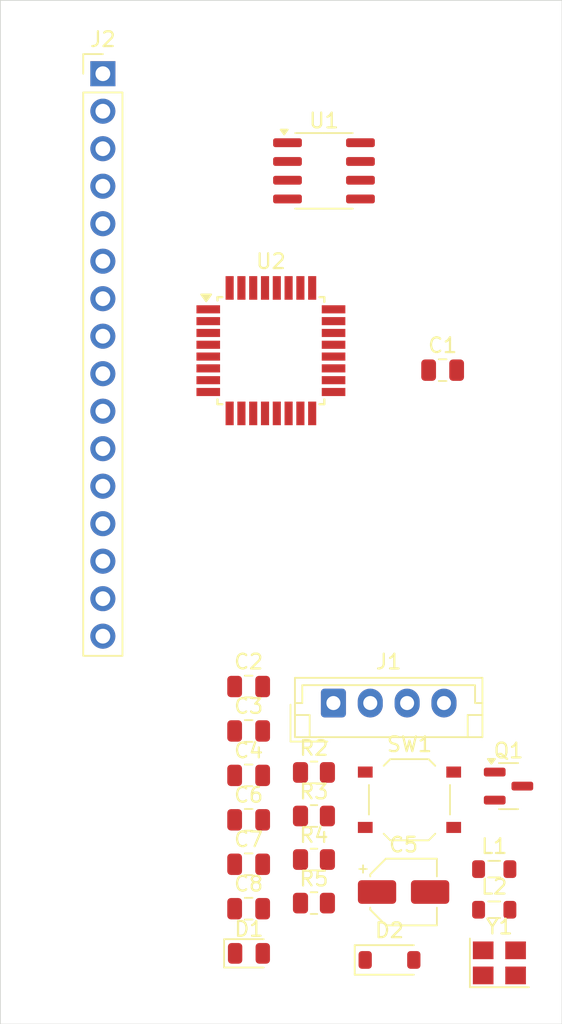
<source format=kicad_pcb>
(kicad_pcb (version 20240108) (generator "pcbnew") (generator_version "8.0")
  (layers (0 "F.Cu" signal) (31 "B.Cu" signal) (34 "B.Paste" user) (35 "F.Paste" user) (36 "B.SilkS" user "B.Silkscreen") (37 "F.SilkS" user "F.Silkscreen") (38 "B.Mask" user) (39 "F.Mask" user) (44 "Edge.Cuts" user))
  (net 0 "")
  (net 1 "+5V")
  (net 2 "GND")
  (net 3 "/A")
  (net 4 "/DB3")
  (net 5 "/RS")
  (net 6 "/DB0")
  (net 7 "/R{slash}~{W}")
  (net 8 "/DB2")
  (net 9 "/E")
  (net 10 "/VO")
  (net 11 "/DB4")
  (net 12 "/DB7")
  (net 13 "/DB6")
  (net 14 "/DB1")
  (net 15 "/DB5")
  (net 16 "/XTAL2")
  (net 17 "/~{RESET}")
  (net 18 "/AREF")
  (net 19 "/XTAL1")
  (net 20 "+5VD")
  (net 21 "+5VA")
  (net 22 "Net-(D1-K)")
  (net 23 "Net-(D1-A)")
  (net 24 "Net-(J1-Pin_2)")
  (net 25 "Net-(J1-Pin_3)")
  (net 26 "Net-(Q1-B)")
  (net 27 "/LED_IND")
  (net 28 "/RX")
  (net 29 "/TX")
  (net 30 "/~{RE}")
  (net 31 "/DE")
  (footprint "Diode_SMD:D_SOD-123" (layer "F.Cu") (at 148.445 125.45)
    (property "Reference" "D2" (at 0 -2 0) (layer "F.SilkS"))
    (property "Value" "4148")
    (fp_line (start -2.36 -1) (end -2.36 1) (stroke (width 0.12)) (layer "F.SilkS"))
    (fp_line (start -2.36 -1) (end 1.65 -1) (stroke (width 0.12)) (layer "F.SilkS"))
    (fp_line (start -2.36 1) (end 1.65 1) (stroke (width 0.12)) (layer "F.SilkS"))
    (pad "1" smd roundrect (at -1.65 0) (size 0.9 1.2) (layers "F.Cu" "F.Paste" "F.Mask") (net 1 "+5V"))
    (pad "2" smd roundrect (at 1.65 0) (size 0.9 1.2) (layers "F.Cu" "F.Paste" "F.Mask") (net 17 "/~{RESET}"))
  )
  (footprint "Capacitor_SMD:C_0805_2012Metric" (layer "F.Cu") (at 138.89 109.94)
    (property "Reference" "C3" (at 0 -1.68 0) (layer "F.SilkS"))
    (property "Value" "4n7C")
    (fp_line (start -0.261252 -0.735) (end 0.261252 -0.735) (stroke (width 0.12)) (layer "F.SilkS"))
    (fp_line (start -0.261252 0.735) (end 0.261252 0.735) (stroke (width 0.12)) (layer "F.SilkS"))
    (pad "1" smd roundrect (at -0.95 0) (size 1 1.45) (layers "F.Cu" "F.Paste" "F.Mask") (net 17 "/~{RESET}"))
    (pad "2" smd roundrect (at 0.95 0) (size 1 1.45) (layers "F.Cu" "F.Paste" "F.Mask") (net 2 "GND"))
  )
  (footprint "Resistor_SMD:R_0805_2012Metric" (layer "F.Cu") (at 143.32 115.7)
    (property "Reference" "R3" (at 0 -1.65 0) (layer "F.SilkS"))
    (property "Value" "1kR")
    (fp_line (start -0.227064 -0.735) (end 0.227064 -0.735) (stroke (width 0.12)) (layer "F.SilkS"))
    (fp_line (start -0.227064 0.735) (end 0.227064 0.735) (stroke (width 0.12)) (layer "F.SilkS"))
    (pad "1" smd roundrect (at -0.9125 0) (size 1.025 1.4) (layers "F.Cu" "F.Paste" "F.Mask") (roundrect_rratio 0.243902) (net 23 "Net-(D1-A)"))
    (pad "2" smd roundrect (at 0.9125 0) (size 1.025 1.4) (layers "F.Cu" "F.Paste" "F.Mask") (roundrect_rratio 0.243902) (net 1 "+5V"))
  )
  (footprint "Capacitor_SMD:C_0805_2012Metric" (layer "F.Cu") (at 138.89 121.98)
    (property "Reference" "C8" (at 0 -1.68 0) (layer "F.SilkS"))
    (property "Value" "100nC")
    (fp_line (start -0.261252 -0.735) (end 0.261252 -0.735) (stroke (width 0.12)) (layer "F.SilkS"))
    (fp_line (start -0.261252 0.735) (end 0.261252 0.735) (stroke (width 0.12)) (layer "F.SilkS"))
    (pad "1" smd roundrect (at -0.95 0) (size 1 1.45) (layers "F.Cu" "F.Paste" "F.Mask") (net 21 "+5VA"))
    (pad "2" smd roundrect (at 0.95 0) (size 1 1.45) (layers "F.Cu" "F.Paste" "F.Mask") (net 2 "GND"))
  )
  (footprint "LED_SMD:LED_0805_2012Metric" (layer "F.Cu") (at 138.91 125.005)
    (property "Reference" "D1" (at 0 -1.65 0) (layer "F.SilkS"))
    (property "Value" "LED")
    (fp_line (start -1.685 -0.96) (end -1.685 0.96) (stroke (width 0.12)) (layer "F.SilkS"))
    (fp_line (start -1.685 0.96) (end 1 0.96) (stroke (width 0.12)) (layer "F.SilkS"))
    (fp_line (start 1 -0.96) (end -1.685 -0.96) (stroke (width 0.12)) (layer "F.SilkS"))
    (pad "1" smd roundrect (at -0.9375 0) (size 0.975 1.4) (layers "F.Cu" "F.Paste" "F.Mask") (net 22 "Net-(D1-K)"))
    (pad "2" smd roundrect (at 0.9375 0) (size 0.975 1.4) (layers "F.Cu" "F.Paste" "F.Mask") (net 23 "Net-(D1-A)"))
  )
  (footprint "Package_QFP:TQFP-32_7x7mm_P0.8mm" (layer "F.Cu") (at 140.4 84.18)
    (property "Reference" "U2" (at 0 -6.05 0) (layer "F.SilkS"))
    (property "Value" "ATmega328PB-A")
    (fp_line (start -3.625 -3.625) (end -3.625 -3.4) (stroke (width 0.15)) (layer "F.SilkS"))
    (fp_line (start -3.625 -3.625) (end -3.3 -3.625) (stroke (width 0.15)) (layer "F.SilkS"))
    (fp_line (start -3.625 3.625) (end -3.625 3.3) (stroke (width 0.15)) (layer "F.SilkS"))
    (fp_line (start -3.625 3.625) (end -3.3 3.625) (stroke (width 0.15)) (layer "F.SilkS"))
    (fp_line (start 3.625 -3.625) (end 3.3 -3.625) (stroke (width 0.15)) (layer "F.SilkS"))
    (fp_line (start 3.625 -3.625) (end 3.625 -3.3) (stroke (width 0.15)) (layer "F.SilkS"))
    (fp_line (start 3.625 3.625) (end 3.3 3.625) (stroke (width 0.15)) (layer "F.SilkS"))
    (fp_line (start 3.625 3.625) (end 3.625 3.3) (stroke (width 0.15)) (layer "F.SilkS"))
    (fp_poly (pts (xy -4.39 -3.34) (xy -4.73 -3.81) (xy -4.05 -3.81) (xy -4.39 -3.34)) (stroke (width 0.12)) (fill solid) (layer "F.SilkS"))
    (pad "1" smd rect (at -4.25 -2.8) (size 1.6 0.55) (layers "F.Cu" "F.Paste" "F.Mask") (net 4 "/DB3"))
    (pad "2" smd rect (at -4.25 -2) (size 1.6 0.55) (layers "F.Cu" "F.Paste" "F.Mask") (net 11 "/DB4"))
    (pad "3" smd rect (at -4.25 -1.2) (size 1.6 0.55) (layers "F.Cu" "F.Paste" "F.Mask") (net 27 "/LED_IND"))
    (pad "4" smd rect (at -4.25 -0.4) (size 1.6 0.55) (layers "F.Cu" "F.Paste" "F.Mask") (net 20 "+5VD"))
    (pad "5" smd rect (at -4.25 0.4) (size 1.6 0.55) (layers "F.Cu" "F.Paste" "F.Mask") (net 2 "GND"))
    (pad "6" smd rect (at -4.25 1.2) (size 1.6 0.55) (layers "F.Cu" "F.Paste" "F.Mask"))
    (pad "7" smd rect (at -4.25 2) (size 1.6 0.55) (layers "F.Cu" "F.Paste" "F.Mask") (net 19 "/XTAL1"))
    (pad "8" smd rect (at -4.25 2.8) (size 1.6 0.55) (layers "F.Cu" "F.Paste" "F.Mask") (net 16 "/XTAL2"))
    (pad "9" smd rect (at -2.8 4.25 90) (size 1.6 0.55) (layers "F.Cu" "F.Paste" "F.Mask") (net 15 "/DB5"))
    (pad "10" smd rect (at -2 4.25 90) (size 1.6 0.55) (layers "F.Cu" "F.Paste" "F.Mask") (net 13 "/DB6"))
    (pad "11" smd rect (at -1.2 4.25 90) (size 1.6 0.55) (layers "F.Cu" "F.Paste" "F.Mask") (net 12 "/DB7"))
    (pad "12" smd rect (at -0.4 4.25 90) (size 1.6 0.55) (layers "F.Cu" "F.Paste" "F.Mask") (net 30 "/~{RE}"))
    (pad "13" smd rect (at 0.4 4.25 90) (size 1.6 0.55) (layers "F.Cu" "F.Paste" "F.Mask") (net 31 "/DE"))
    (pad "14" smd rect (at 1.2 4.25 90) (size 1.6 0.55) (layers "F.Cu" "F.Paste" "F.Mask"))
    (pad "15" smd rect (at 2 4.25 90) (size 1.6 0.55) (layers "F.Cu" "F.Paste" "F.Mask") (net 29 "/TX"))
    (pad "16" smd rect (at 2.8 4.25 90) (size 1.6 0.55) (layers "F.Cu" "F.Paste" "F.Mask") (net 28 "/RX"))
    (pad "17" smd rect (at 4.25 2.8) (size 1.6 0.55) (layers "F.Cu" "F.Paste" "F.Mask"))
    (pad "18" smd rect (at 4.25 2) (size 1.6 0.55) (layers "F.Cu" "F.Paste" "F.Mask") (net 21 "+5VA"))
    (pad "19" smd rect (at 4.25 1.2) (size 1.6 0.55) (layers "F.Cu" "F.Paste" "F.Mask"))
    (pad "20" smd rect (at 4.25 0.4) (size 1.6 0.55) (layers "F.Cu" "F.Paste" "F.Mask") (net 18 "/AREF"))
    (pad "21" smd rect (at 4.25 -0.4) (size 1.6 0.55) (layers "F.Cu" "F.Paste" "F.Mask") (net 2 "GND"))
    (pad "22" smd rect (at 4.25 -1.2) (size 1.6 0.55) (layers "F.Cu" "F.Paste" "F.Mask"))
    (pad "23" smd rect (at 4.25 -2) (size 1.6 0.55) (layers "F.Cu" "F.Paste" "F.Mask"))
    (pad "24" smd rect (at 4.25 -2.8) (size 1.6 0.55) (layers "F.Cu" "F.Paste" "F.Mask"))
    (pad "25" smd rect (at 2.8 -4.25 90) (size 1.6 0.55) (layers "F.Cu" "F.Paste" "F.Mask"))
    (pad "26" smd rect (at 2 -4.25 90) (size 1.6 0.55) (layers "F.Cu" "F.Paste" "F.Mask"))
    (pad "27" smd rect (at 1.2 -4.25 90) (size 1.6 0.55) (layers "F.Cu" "F.Paste" "F.Mask"))
    (pad "28" smd rect (at 0.4 -4.25 90) (size 1.6 0.55) (layers "F.Cu" "F.Paste" "F.Mask"))
    (pad "29" smd rect (at -0.4 -4.25 90) (size 1.6 0.55) (layers "F.Cu" "F.Paste" "F.Mask") (net 17 "/~{RESET}"))
    (pad "30" smd rect (at -1.2 -4.25 90) (size 1.6 0.55) (layers "F.Cu" "F.Paste" "F.Mask") (net 6 "/DB0"))
    (pad "31" smd rect (at -2 -4.25 90) (size 1.6 0.55) (layers "F.Cu" "F.Paste" "F.Mask") (net 14 "/DB1"))
    (pad "32" smd rect (at -2.8 -4.25 90) (size 1.6 0.55) (layers "F.Cu" "F.Paste" "F.Mask") (net 8 "/DB2"))
  )
  (footprint "Package_TO_SOT_SMD:SOT-23" (layer "F.Cu") (at 156.52 113.675)
    (property "Reference" "Q1" (at 0 -2.4 0) (layer "F.SilkS"))
    (property "Value" "BC847")
    (fp_line (start 0 -1.56) (end -0.65 -1.56) (stroke (width 0.12)) (layer "F.SilkS"))
    (fp_line (start 0 -1.56) (end 0.65 -1.56) (stroke (width 0.12)) (layer "F.SilkS"))
    (fp_line (start 0 1.56) (end -0.65 1.56) (stroke (width 0.12)) (layer "F.SilkS"))
    (fp_line (start 0 1.56) (end 0.65 1.56) (stroke (width 0.12)) (layer "F.SilkS"))
    (fp_poly (pts (xy -1.1625 -1.51) (xy -1.4025 -1.84) (xy -0.9225 -1.84) (xy -1.1625 -1.51)) (stroke (width 0.12)) (fill solid) (layer "F.SilkS"))
    (pad "1" smd roundrect (at -0.9375 -0.95) (size 1.475 0.6) (layers "F.Cu" "F.Paste" "F.Mask") (net 26 "Net-(Q1-B)"))
    (pad "2" smd roundrect (at -0.9375 0.95) (size 1.475 0.6) (layers "F.Cu" "F.Paste" "F.Mask") (net 2 "GND"))
    (pad "3" smd roundrect (at 0.9375 0) (size 1.475 0.6) (layers "F.Cu" "F.Paste" "F.Mask") (net 22 "Net-(D1-K)"))
  )
  (footprint "Connector_PinHeader_2.54mm:PinHeader_1x16_P2.54mm_Vertical" (layer "F.Cu") (at 129 65.42)
    (property "Reference" "J2" (at 0 -2.33 0) (layer "F.SilkS"))
    (property "Value" "LCD")
    (fp_line (start -1.33 -1.33) (end 0 -1.33) (stroke (width 0.12)) (layer "F.SilkS"))
    (fp_line (start -1.33 0) (end -1.33 -1.33) (stroke (width 0.12)) (layer "F.SilkS"))
    (fp_line (start -1.33 1.27) (end -1.33 39.43) (stroke (width 0.12)) (layer "F.SilkS"))
    (fp_line (start -1.33 1.27) (end 1.33 1.27) (stroke (width 0.12)) (layer "F.SilkS"))
    (fp_line (start -1.33 39.43) (end 1.33 39.43) (stroke (width 0.12)) (layer "F.SilkS"))
    (fp_line (start 1.33 1.27) (end 1.33 39.43) (stroke (width 0.12)) (layer "F.SilkS"))
    (pad "1" thru_hole rect (at 0 0) (size 1.7 1.7) (drill 1) (layers "*.Cu" "*.Mask") (net 2 "GND"))
    (pad "2" thru_hole oval (at 0 2.54) (size 1.7 1.7) (drill 1) (layers "*.Cu" "*.Mask") (net 1 "+5V"))
    (pad "3" thru_hole oval (at 0 5.08) (size 1.7 1.7) (drill 1) (layers "*.Cu" "*.Mask") (net 10 "/VO"))
    (pad "4" thru_hole oval (at 0 7.62) (size 1.7 1.7) (drill 1) (layers "*.Cu" "*.Mask") (net 5 "/RS"))
    (pad "5" thru_hole oval (at 0 10.16) (size 1.7 1.7) (drill 1) (layers "*.Cu" "*.Mask") (net 7 "/R{slash}~{W}"))
    (pad "6" thru_hole oval (at 0 12.7) (size 1.7 1.7) (drill 1) (layers "*.Cu" "*.Mask") (net 9 "/E"))
    (pad "7" thru_hole oval (at 0 15.24) (size 1.7 1.7) (drill 1) (layers "*.Cu" "*.Mask") (net 6 "/DB0"))
    (pad "8" thru_hole oval (at 0 17.78) (size 1.7 1.7) (drill 1) (layers "*.Cu" "*.Mask") (net 14 "/DB1"))
    (pad "9" thru_hole oval (at 0 20.32) (size 1.7 1.7) (drill 1) (layers "*.Cu" "*.Mask") (net 8 "/DB2"))
    (pad "10" thru_hole oval (at 0 22.86) (size 1.7 1.7) (drill 1) (layers "*.Cu" "*.Mask") (net 4 "/DB3"))
    (pad "11" thru_hole oval (at 0 25.4) (size 1.7 1.7) (drill 1) (layers "*.Cu" "*.Mask") (net 11 "/DB4"))
    (pad "12" thru_hole oval (at 0 27.94) (size 1.7 1.7) (drill 1) (layers "*.Cu" "*.Mask") (net 15 "/DB5"))
    (pad "13" thru_hole oval (at 0 30.48) (size 1.7 1.7) (drill 1) (layers "*.Cu" "*.Mask") (net 13 "/DB6"))
    (pad "14" thru_hole oval (at 0 33.02) (size 1.7 1.7) (drill 1) (layers "*.Cu" "*.Mask") (net 12 "/DB7"))
    (pad "15" thru_hole oval (at 0 35.56) (size 1.7 1.7) (drill 1) (layers "*.Cu" "*.Mask") (net 3 "/A"))
    (pad "16" thru_hole oval (at 0 38.1) (size 1.7 1.7) (drill 1) (layers "*.Cu" "*.Mask") (net 2 "GND"))
  )
  (footprint "Capacitor_SMD:C_0805_2012Metric" (layer "F.Cu") (at 138.89 106.93)
    (property "Reference" "C2" (at 0 -1.68 0) (layer "F.SilkS"))
    (property "Value" "0.1uC")
    (fp_line (start -0.261252 -0.735) (end 0.261252 -0.735) (stroke (width 0.12)) (layer "F.SilkS"))
    (fp_line (start -0.261252 0.735) (end 0.261252 0.735) (stroke (width 0.12)) (layer "F.SilkS"))
    (pad "1" smd roundrect (at -0.95 0) (size 1 1.45) (layers "F.Cu" "F.Paste" "F.Mask") (net 1 "+5V"))
    (pad "2" smd roundrect (at 0.95 0) (size 1 1.45) (layers "F.Cu" "F.Paste" "F.Mask") (net 2 "GND"))
  )
  (footprint "Capacitor_SMD:C_0805_2012Metric" (layer "F.Cu") (at 138.89 118.97)
    (property "Reference" "C7" (at 0 -1.68 0) (layer "F.SilkS"))
    (property "Value" "100nC")
    (fp_line (start -0.261252 -0.735) (end 0.261252 -0.735) (stroke (width 0.12)) (layer "F.SilkS"))
    (fp_line (start -0.261252 0.735) (end 0.261252 0.735) (stroke (width 0.12)) (layer "F.SilkS"))
    (pad "1" smd roundrect (at -0.95 0) (size 1 1.45) (layers "F.Cu" "F.Paste" "F.Mask") (net 20 "+5VD"))
    (pad "2" smd roundrect (at 0.95 0) (size 1 1.45) (layers "F.Cu" "F.Paste" "F.Mask") (net 2 "GND"))
  )
  (footprint "Crystal:Crystal_SMD_3225-4Pin_3.2x2.5mm" (layer "F.Cu") (at 155.9 125.65)
    (property "Reference" "Y1" (at 0 -2.45 0) (layer "F.SilkS"))
    (property "Value" "16MHz")
    (fp_line (start -2 -1.65) (end -2 1.65) (stroke (width 0.12)) (layer "F.SilkS"))
    (fp_line (start -2 1.65) (end 2 1.65) (stroke (width 0.12)) (layer "F.SilkS"))
    (pad "1" smd rect (at -1.1 0.85) (size 1.4 1.2) (layers "F.Cu" "F.Paste" "F.Mask") (net 16 "/XTAL2"))
    (pad "2" smd rect (at 1.1 0.85) (size 1.4 1.2) (layers "F.Cu" "F.Paste" "F.Mask") (net 2 "GND"))
    (pad "3" smd rect (at 1.1 -0.85) (size 1.4 1.2) (layers "F.Cu" "F.Paste" "F.Mask") (net 19 "/XTAL1"))
    (pad "4" smd rect (at -1.1 -0.85) (size 1.4 1.2) (layers "F.Cu" "F.Paste" "F.Mask") (net 2 "GND"))
  )
  (footprint "Resistor_SMD:R_0805_2012Metric" (layer "F.Cu") (at 143.32 121.6)
    (property "Reference" "R5" (at 0 -1.65 0) (layer "F.SilkS"))
    (property "Value" "10kR")
    (fp_line (start -0.227064 -0.735) (end 0.227064 -0.735) (stroke (width 0.12)) (layer "F.SilkS"))
    (fp_line (start -0.227064 0.735) (end 0.227064 0.735) (stroke (width 0.12)) (layer "F.SilkS"))
    (pad "1" smd roundrect (at -0.9125 0) (size 1.025 1.4) (layers "F.Cu" "F.Paste" "F.Mask") (roundrect_rratio 0.243902) (net 26 "Net-(Q1-B)"))
    (pad "2" smd roundrect (at 0.9125 0) (size 1.025 1.4) (layers "F.Cu" "F.Paste" "F.Mask") (roundrect_rratio 0.243902) (net 27 "/LED_IND"))
  )
  (footprint "Resistor_SMD:R_0805_2012Metric" (layer "F.Cu") (at 143.32 112.75)
    (property "Reference" "R2" (at 0 -1.65 0) (layer "F.SilkS"))
    (property "Value" "10kR")
    (fp_line (start -0.227064 -0.735) (end 0.227064 -0.735) (stroke (width 0.12)) (layer "F.SilkS"))
    (fp_line (start -0.227064 0.735) (end 0.227064 0.735) (stroke (width 0.12)) (layer "F.SilkS"))
    (pad "1" smd roundrect (at -0.9125 0) (size 1.025 1.4) (layers "F.Cu" "F.Paste" "F.Mask") (roundrect_rratio 0.243902) (net 1 "+5V"))
    (pad "2" smd roundrect (at 0.9125 0) (size 1.025 1.4) (layers "F.Cu" "F.Paste" "F.Mask") (roundrect_rratio 0.243902) (net 17 "/~{RESET}"))
  )
  (footprint "Connector_JST:JST_EH_B4B-EH-A_1x04_P2.50mm_Vertical" (layer "F.Cu") (at 144.64 108.05)
    (property "Reference" "J1" (at 3.75 -2.8 0) (layer "F.SilkS"))
    (property "Value" "Conn_01x04")
    (fp_line (start -2.91 0.11) (end -2.91 2.61) (stroke (width 0.12)) (layer "F.SilkS"))
    (fp_line (start -2.91 2.61) (end -0.41 2.61) (stroke (width 0.12)) (layer "F.SilkS"))
    (fp_line (start -2.61 -1.71) (end -2.61 2.31) (stroke (width 0.12)) (layer "F.SilkS"))
    (fp_line (start -2.61 0) (end -2.11 0) (stroke (width 0.12)) (layer "F.SilkS"))
    (fp_line (start -2.61 0.81) (end -1.61 0.81) (stroke (width 0.12)) (layer "F.SilkS"))
    (fp_line (start -2.61 2.31) (end 10.11 2.31) (stroke (width 0.12)) (layer "F.SilkS"))
    (fp_line (start -2.11 -1.21) (end 9.61 -1.21) (stroke (width 0.12)) (layer "F.SilkS"))
    (fp_line (start -2.11 0) (end -2.11 -1.21) (stroke (width 0.12)) (layer "F.SilkS"))
    (fp_line (start -1.61 0.81) (end -1.61 2.31) (stroke (width 0.12)) (layer "F.SilkS"))
    (fp_line (start 9.11 0.81) (end 9.11 2.31) (stroke (width 0.12)) (layer "F.SilkS"))
    (fp_line (start 9.61 -1.21) (end 9.61 0) (stroke (width 0.12)) (layer "F.SilkS"))
    (fp_line (start 9.61 0) (end 10.11 0) (stroke (width 0.12)) (layer "F.SilkS"))
    (fp_line (start 10.11 -1.71) (end -2.61 -1.71) (stroke (width 0.12)) (layer "F.SilkS"))
    (fp_line (start 10.11 0.81) (end 9.11 0.81) (stroke (width 0.12)) (layer "F.SilkS"))
    (fp_line (start 10.11 2.31) (end 10.11 -1.71) (stroke (width 0.12)) (layer "F.SilkS"))
    (pad "1" thru_hole roundrect (at 0 0) (size 1.7 1.95) (drill 0.95) (layers "*.Cu" "*.Mask") (roundrect_rratio 0.147059) (net 1 "+5V"))
    (pad "2" thru_hole oval (at 2.5 0) (size 1.7 1.95) (drill 0.95) (layers "*.Cu" "*.Mask") (net 24 "Net-(J1-Pin_2)"))
    (pad "3" thru_hole oval (at 5 0) (size 1.7 1.95) (drill 0.95) (layers "*.Cu" "*.Mask") (net 25 "Net-(J1-Pin_3)"))
    (pad "4" thru_hole oval (at 7.5 0) (size 1.7 1.95) (drill 0.95) (layers "*.Cu" "*.Mask") (net 2 "GND"))
  )
  (footprint "Button_Switch_SMD:SW_Push_1P1T_XKB_TS-1187A" (layer "F.Cu") (at 149.8 114.6)
    (property "Reference" "SW1" (at 0 -3.75 0) (layer "F.SilkS"))
    (property "Value" "SW_Push")
    (fp_line (start -2.75 -1) (end -2.75 1) (stroke (width 0.12)) (layer "F.SilkS"))
    (fp_line (start -1.75 -2.3) (end -1.3 -2.75) (stroke (width 0.12)) (layer "F.SilkS"))
    (fp_line (start -1.75 2.3) (end -1.3 2.75) (stroke (width 0.12)) (layer "F.SilkS"))
    (fp_line (start -1.3 -2.75) (end 1.3 -2.75) (stroke (width 0.12)) (layer "F.SilkS"))
    (fp_line (start -1.3 2.75) (end 1.3 2.75) (stroke (width 0.12)) (layer "F.SilkS"))
    (fp_line (start 1.75 -2.3) (end 1.3 -2.75) (stroke (width 0.12)) (layer "F.SilkS"))
    (fp_line (start 1.75 2.3) (end 1.3 2.75) (stroke (width 0.12)) (layer "F.SilkS"))
    (fp_line (start 2.75 -1) (end 2.75 1) (stroke (width 0.12)) (layer "F.SilkS"))
    (pad "1" smd rect (at -3 -1.875) (size 1 0.75) (layers "F.Cu" "F.Paste" "F.Mask") (net 2 "GND"))
    (pad "1" smd rect (at 3 -1.875) (size 1 0.75) (layers "F.Cu" "F.Paste" "F.Mask") (net 2 "GND"))
    (pad "2" smd rect (at -3 1.875) (size 1 0.75) (layers "F.Cu" "F.Paste" "F.Mask") (net 17 "/~{RESET}"))
    (pad "2" smd rect (at 3 1.875) (size 1 0.75) (layers "F.Cu" "F.Paste" "F.Mask") (net 17 "/~{RESET}"))
  )
  (footprint "Capacitor_SMD:C_0805_2012Metric" (layer "F.Cu") (at 138.89 115.96)
    (property "Reference" "C6" (at 0 -1.68 0) (layer "F.SilkS"))
    (property "Value" "13pC")
    (fp_line (start -0.261252 -0.735) (end 0.261252 -0.735) (stroke (width 0.12)) (layer "F.SilkS"))
    (fp_line (start -0.261252 0.735) (end 0.261252 0.735) (stroke (width 0.12)) (layer "F.SilkS"))
    (pad "1" smd roundrect (at -0.95 0) (size 1 1.45) (layers "F.Cu" "F.Paste" "F.Mask") (net 19 "/XTAL1"))
    (pad "2" smd roundrect (at 0.95 0) (size 1 1.45) (layers "F.Cu" "F.Paste" "F.Mask") (net 2 "GND"))
  )
  (footprint "Capacitor_SMD:C_0805_2012Metric" (layer "F.Cu") (at 138.89 112.95)
    (property "Reference" "C4" (at 0 -1.68 0) (layer "F.SilkS"))
    (property "Value" "100nC")
    (fp_line (start -0.261252 -0.735) (end 0.261252 -0.735) (stroke (width 0.12)) (layer "F.SilkS"))
    (fp_line (start -0.261252 0.735) (end 0.261252 0.735) (stroke (width 0.12)) (layer "F.SilkS"))
    (pad "1" smd roundrect (at -0.95 0) (size 1 1.45) (layers "F.Cu" "F.Paste" "F.Mask") (net 18 "/AREF"))
    (pad "2" smd roundrect (at 0.95 0) (size 1 1.45) (layers "F.Cu" "F.Paste" "F.Mask") (net 2 "GND"))
  )
  (footprint "Inductor_SMD:L_0805_2012Metric" (layer "F.Cu") (at 155.55 122.05)
    (property "Reference" "L2" (at 0 -1.55 0) (layer "F.SilkS"))
    (property "Value" "10uL")
    (fp_line (start -0.399622 -0.56) (end 0.399622 -0.56) (stroke (width 0.12)) (layer "F.SilkS"))
    (fp_line (start -0.399622 0.56) (end 0.399622 0.56) (stroke (width 0.12)) (layer "F.SilkS"))
    (pad "1" smd roundrect (at -1.0625 0) (size 0.875 1.2) (layers "F.Cu" "F.Paste" "F.Mask") (net 1 "+5V"))
    (pad "2" smd roundrect (at 1.0625 0) (size 0.875 1.2) (layers "F.Cu" "F.Paste" "F.Mask") (net 21 "+5VA"))
  )
  (footprint "Package_SO:SOIC-8_3.9x4.9mm_P1.27mm" (layer "F.Cu") (at 144 72)
    (property "Reference" "U1" (at 0 -3.4 0) (layer "F.SilkS"))
    (property "Value" "ST485E")
    (fp_line (start 0 -2.56) (end -1.95 -2.56) (stroke (width 0.12)) (layer "F.SilkS"))
    (fp_line (start 0 -2.56) (end 1.95 -2.56) (stroke (width 0.12)) (layer "F.SilkS"))
    (fp_line (start 0 2.56) (end -1.95 2.56) (stroke (width 0.12)) (layer "F.SilkS"))
    (fp_line (start 0 2.56) (end 1.95 2.56) (stroke (width 0.12)) (layer "F.SilkS"))
    (fp_poly (pts (xy -2.7 -2.465) (xy -2.94 -2.795) (xy -2.46 -2.795) (xy -2.7 -2.465)) (stroke (width 0.12)) (fill solid) (layer "F.SilkS"))
    (pad "1" smd roundrect (at -2.475 -1.905) (size 1.95 0.6) (layers "F.Cu" "F.Paste" "F.Mask") (net 28 "/RX"))
    (pad "2" smd roundrect (at -2.475 -0.635) (size 1.95 0.6) (layers "F.Cu" "F.Paste" "F.Mask") (net 30 "/~{RE}"))
    (pad "3" smd roundrect (at -2.475 0.635) (size 1.95 0.6) (layers "F.Cu" "F.Paste" "F.Mask") (net 31 "/DE"))
    (pad "4" smd roundrect (at -2.475 1.905) (size 1.95 0.6) (layers "F.Cu" "F.Paste" "F.Mask") (net 29 "/TX"))
    (pad "5" smd roundrect (at 2.475 1.905) (size 1.95 0.6) (layers "F.Cu" "F.Paste" "F.Mask") (net 2 "GND"))
    (pad "6" smd roundrect (at 2.475 0.635) (size 1.95 0.6) (layers "F.Cu" "F.Paste" "F.Mask") (net 24 "Net-(J1-Pin_2)"))
    (pad "7" smd roundrect (at 2.475 -0.635) (size 1.95 0.6) (layers "F.Cu" "F.Paste" "F.Mask") (net 25 "Net-(J1-Pin_3)"))
    (pad "8" smd roundrect (at 2.475 -1.905) (size 1.95 0.6) (layers "F.Cu" "F.Paste" "F.Mask") (net 1 "+5V"))
  )
  (footprint "Resistor_SMD:R_0805_2012Metric" (layer "F.Cu") (at 143.32 118.65)
    (property "Reference" "R4" (at 0 -1.65 0) (layer "F.SilkS"))
    (property "Value" "100kR")
    (fp_line (start -0.227064 -0.735) (end 0.227064 -0.735) (stroke (width 0.12)) (layer "F.SilkS"))
    (fp_line (start -0.227064 0.735) (end 0.227064 0.735) (stroke (width 0.12)) (layer "F.SilkS"))
    (pad "1" smd roundrect (at -0.9125 0) (size 1.025 1.4) (layers "F.Cu" "F.Paste" "F.Mask") (roundrect_rratio 0.243902) (net 16 "/XTAL2"))
    (pad "2" smd roundrect (at 0.9125 0) (size 1.025 1.4) (layers "F.Cu" "F.Paste" "F.Mask") (roundrect_rratio 0.243902) (net 19 "/XTAL1"))
  )
  (footprint "Capacitor_SMD:CP_Elec_4x5.4" (layer "F.Cu") (at 149.4 120.85)
    (property "Reference" "C5" (at 0 -3.2 0) (layer "F.SilkS"))
    (property "Value" "10uC")
    (fp_line (start -3 -1.56) (end -2.5 -1.56) (stroke (width 0.12)) (layer "F.SilkS"))
    (fp_line (start -2.75 -1.81) (end -2.75 -1.31) (stroke (width 0.12)) (layer "F.SilkS"))
    (fp_line (start -2.26 -1.195563) (end -2.26 -1.06) (stroke (width 0.12)) (layer "F.SilkS"))
    (fp_line (start -2.26 -1.195563) (end -1.195563 -2.26) (stroke (width 0.12)) (layer "F.SilkS"))
    (fp_line (start -2.26 1.195563) (end -2.26 1.06) (stroke (width 0.12)) (layer "F.SilkS"))
    (fp_line (start -2.26 1.195563) (end -1.195563 2.26) (stroke (width 0.12)) (layer "F.SilkS"))
    (fp_line (start -1.195563 -2.26) (end 2.26 -2.26) (stroke (width 0.12)) (layer "F.SilkS"))
    (fp_line (start -1.195563 2.26) (end 2.26 2.26) (stroke (width 0.12)) (layer "F.SilkS"))
    (fp_line (start 2.26 -2.26) (end 2.26 -1.06) (stroke (width 0.12)) (layer "F.SilkS"))
    (fp_line (start 2.26 2.26) (end 2.26 1.06) (stroke (width 0.12)) (layer "F.SilkS"))
    (pad "1" smd roundrect (at -1.8 0) (size 2.6 1.6) (layers "F.Cu" "F.Paste" "F.Mask") (roundrect_rratio 0.15625) (net 1 "+5V"))
    (pad "2" smd roundrect (at 1.8 0) (size 2.6 1.6) (layers "F.Cu" "F.Paste" "F.Mask") (roundrect_rratio 0.15625) (net 2 "GND"))
  )
  (footprint "Inductor_SMD:L_0805_2012Metric" (layer "F.Cu") (at 155.55 119.3)
    (property "Reference" "L1" (at 0 -1.55 0) (layer "F.SilkS"))
    (property "Value" "10uL")
    (fp_line (start -0.399622 -0.56) (end 0.399622 -0.56) (stroke (width 0.12)) (layer "F.SilkS"))
    (fp_line (start -0.399622 0.56) (end 0.399622 0.56) (stroke (width 0.12)) (layer "F.SilkS"))
    (pad "1" smd roundrect (at -1.0625 0) (size 0.875 1.2) (layers "F.Cu" "F.Paste" "F.Mask") (net 1 "+5V"))
    (pad "2" smd roundrect (at 1.0625 0) (size 0.875 1.2) (layers "F.Cu" "F.Paste" "F.Mask") (net 20 "+5VD"))
  )
  (footprint "Capacitor_SMD:C_0805_2012Metric" (layer "F.Cu") (at 152.05 85.5)
    (property "Reference" "C1" (at 0 -1.68 0) (layer "F.SilkS"))
    (property "Value" "13pC")
    (fp_line (start -0.261252 -0.735) (end 0.261252 -0.735) (stroke (width 0.12)) (layer "F.SilkS"))
    (fp_line (start -0.261252 0.735) (end 0.261252 0.735) (stroke (width 0.12)) (layer "F.SilkS"))
    (pad "1" smd roundrect (at -0.95 0) (size 1 1.45) (layers "F.Cu" "F.Paste" "F.Mask") (net 16 "/XTAL2"))
    (pad "2" smd roundrect (at 0.95 0) (size 1 1.45) (layers "F.Cu" "F.Paste" "F.Mask") (net 2 "GND"))
  )
  (gr_rect (start 122.047 60.452) (end 160.147 129.794) (stroke (width 0.05)) (fill none) (layer "Edge.Cuts"))
)
</source>
